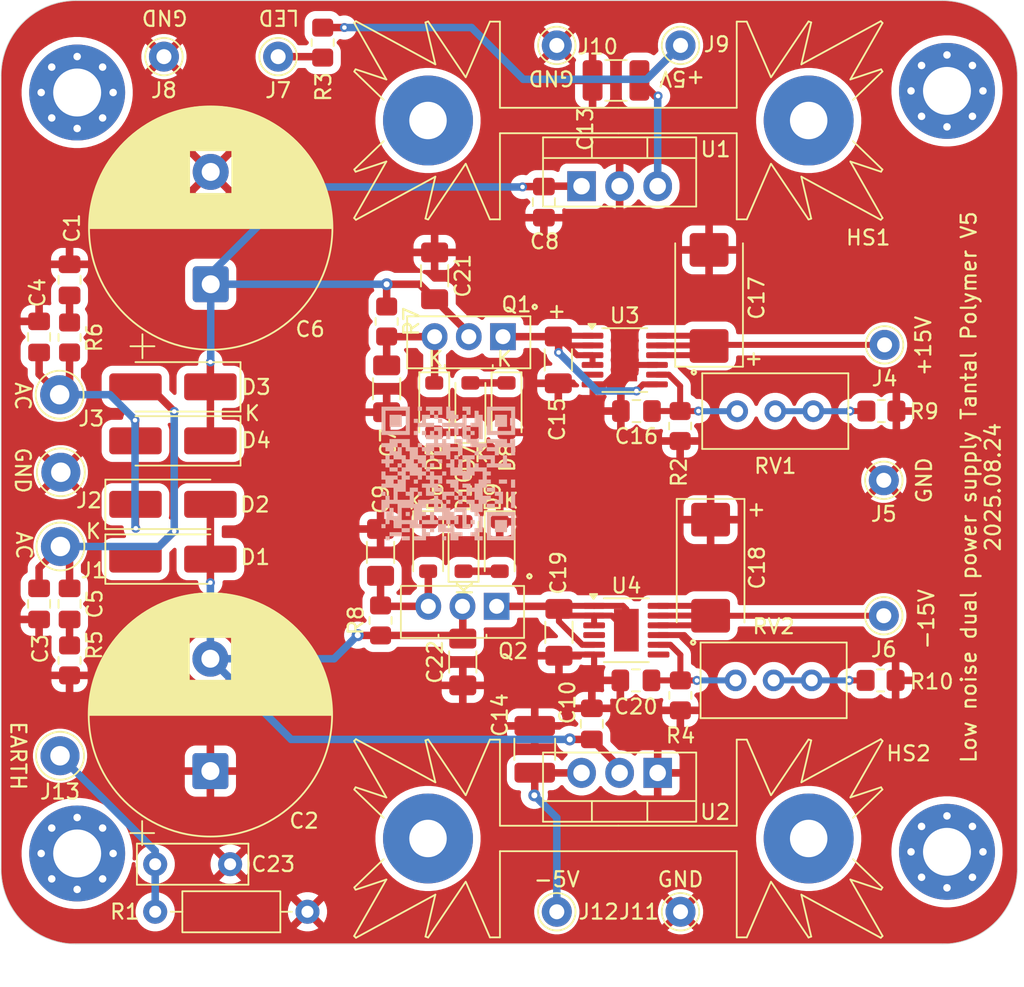
<source format=kicad_pcb>
(kicad_pcb (version 20241229) (generator "pcbnew") (generator_version "9.0")
  (layers (0 "F.Cu" signal) (2 "B.Cu" signal) (13 "F.Paste" user) (15 "B.Paste" user) (5 "F.SilkS" user "F.Silkscreen") (7 "B.SilkS" user "B.Silkscreen") (1 "F.Mask" user) (3 "B.Mask" user) (25 "Edge.Cuts" user))
  (net 0 "")
  (net 1 "GND")
  (net 2 "Net-(D3-K)")
  (net 3 "Net-(D1-A)")
  (net 4 "Net-(D1-K)")
  (net 5 "Net-(D2-K)")
  (net 6 "Net-(D5-K)")
  (net 7 "Net-(D6-A)")
  (net 8 "Net-(J9-Pin_1)")
  (net 9 "Net-(C5-Pad2)")
  (net 10 "Net-(C6-Pad2)")
  (net 11 "Net-(J12-Pin_1)")
  (net 12 "Net-(Q1-E)")
  (net 13 "Net-(U3-SET)")
  (net 14 "Net-(J4-Pin_1)")
  (net 15 "Net-(J6-Pin_1)")
  (net 16 "Net-(R9-Pad1)")
  (net 17 "Net-(R10-Pad2)")
  (net 18 "Net-(Q2-E)")
  (net 19 "Net-(U4-SET)")
  (net 20 "Net-(J13-Pin_1)")
  (net 21 "Net-(D5-A)")
  (net 22 "Net-(D10-A)")
  (net 23 "Net-(D7-A)")
  (net 24 "Net-(D10-K)")
  (net 25 "Net-(J7-Pin_1)")
  (footprint "MountingHole:MountingHole_3.2mm_M3_Pad_Via" (layer "F.Cu") (at 85.09 84.5)
    (property "Reference" "H2" (hide yes))
    (property "Value" "MountingHole")
  )
  (footprint "Connector_Pin:Pin_D1.0mm_L10.0mm" (layer "F.Cu") (at 138.9126 59.5884)
    (property "Reference" "J5")
    (property "Value" "GND")
  )
  (footprint "Capacitor_THT:CP_Radial_D16.0mm_P7.50mm" (layer "F.Cu") (at 94 46.5 90)
    (property "Reference" "C1")
    (property "Value" "2200uF")
  )
  (footprint "MountingHole:MountingHole_3.2mm_M3_Pad_Via" (layer "F.Cu") (at 85.09 33.7)
    (property "Reference" "H1" (hide yes))
    (property "Value" "MountingHole")
  )
  (footprint "MountingHole:MountingHole_3.2mm_M3_Pad_Via" (layer "F.Cu") (at 143.129 33.5918)
    (property "Reference" "H4" (hide yes))
    (property "Value" "MountingHole")
  )
  (footprint "Connector_Pin:Pin_D1.3mm_L11.0mm" (layer "F.Cu") (at 83.9724 64.008)
    (property "Reference" "J1")
    (property "Value" "AC")
  )
  (footprint "Connector_Pin:Pin_D1.0mm_L10.0mm" (layer "F.Cu") (at 138.9634 50.546)
    (property "Reference" "J4")
    (property "Value" "+15V")
  )
  (footprint "Potentiometer_THT:Potentiometer_Bourns_3296W_Vertical" (layer "F.Cu") (at 129.1302 54.9756 180)
    (property "Reference" "RV1")
    (property "Value" "200k")
  )
  (footprint "Capacitor_THT:CP_Radial_D16.0mm_P7.50mm" (layer "F.Cu") (at 93.98 79 90)
    (property "Reference" "C2")
    (property "Value" "2200uF")
  )
  (footprint "MountingHole:MountingHole_3.2mm_M3_Pad_Via" (layer "F.Cu") (at 143.129 84.3918)
    (property "Reference" "H3" (hide yes))
    (property "Value" "MountingHole")
  )
  (footprint "Capacitor_SMD:C_0805_2012Metric_Pad1.18x1.45mm_HandSolder" (layer "F.Cu") (at 116.2304 41.0171 -90)
    (property "Reference" "C8")
    (property "Value" "330nF")
  )
  (footprint "Capacitor_SMD:C_0805_2012Metric_Pad1.18x1.45mm_HandSolder" (layer "F.Cu") (at 119.4308 75.8483 -90)
    (property "Reference" "C10")
    (property "Value" "330nF")
  )
  (footprint "Connector_Pin:Pin_D1.0mm_L10.0mm" (layer "F.Cu") (at 98.5 31.3055)
    (property "Reference" "J7")
    (property "Value" "LED")
  )
  (footprint "Connector_Pin:Pin_D1.0mm_L10.0mm" (layer "F.Cu") (at 90.88 31.3055)
    (property "Reference" "J8")
    (property "Value" "GND")
  )
  (footprint "Connector_Pin:Pin_D1.0mm_L10.0mm" (layer "F.Cu") (at 125.349 30.5562)
    (property "Reference" "J9")
    (property "Value" "+5V")
  )
  (footprint "Connector_Pin:Pin_D1.0mm_L10.0mm" (layer "F.Cu") (at 117.094 30.5562)
    (property "Reference" "J10")
    (property "Value" "GND")
  )
  (footprint "Connector_Pin:Pin_D1.0mm_L10.0mm" (layer "F.Cu") (at 125.349 88.392)
    (property "Reference" "J11")
    (property "Value" "GND")
  )
  (footprint "Resistor_SMD:R_0805_2012Metric_Pad1.20x1.40mm_HandSolder" (layer "F.Cu") (at 101.473 30.369 90)
    (property "Reference" "R3")
    (property "Value" "240R")
  )
  (footprint "Connector_Pin:Pin_D1.3mm_L11.0mm" (layer "F.Cu") (at 84 59.0505)
    (property "Reference" "J2")
    (property "Value" "GND")
  )
  (footprint "Capacitor_Tantalum_SMD:CP_EIA-7343-31_Kemet-D_HandSolder" (layer "F.Cu") (at 127.254 47.4147 90)
    (property "Reference" "C17")
    (property "Value" "47uF/25V")
  )
  (footprint "Diode_SMD:D_SMA_Handsoldering" (layer "F.Cu") (at 91.48 64.849)
    (property "Reference" "D1")
    (property "Value" "BYG20D")
  )
  (footprint "Diode_SMD:D_SMA_Handsoldering" (layer "F.Cu") (at 91.48 61.1914)
    (property "Reference" "D2")
    (property "Value" "BYG20D")
  )
  (footprint "Package_TO_SOT_THT:TO-220-3_Vertical" (layer "F.Cu") (at 123.825 79.121 180)
    (property "Reference" "U2")
    (property "Value" "LM7905_TO220")
  )
  (footprint "Potentiometer_THT:Potentiometer_Bourns_3296W_Vertical" (layer "F.Cu") (at 129.0217 72.9459 180)
    (property "Reference" "RV2")
    (property "Value" "200k")
  )
  (footprint "Connector_Pin:Pin_D1.3mm_L11.0mm" (layer "F.Cu") (at 83.9216 53.8734)
    (property "Reference" "J3")
    (property "Value" "AC")
  )
  (footprint "Diode_SMD:D_SMA_Handsoldering" (layer "F.Cu") (at 91.48 53.349 180)
    (property "Reference" "D3")
    (property "Value" "BYG20D")
  )
  (footprint "Diode_SMD:D_SMA_Handsoldering" (layer "F.Cu") (at 91.48 56.9558 180)
    (property "Reference" "D4")
    (property "Value" "BYG20D")
  )
  (footprint "Capacitor_SMD:C_0805_2012Metric_Pad1.18x1.45mm_HandSolder" (layer "F.Cu") (at 82.55 67.8395 -90)
    (property "Reference" "C3")
    (property "Value" "Cx/10nF/50V")
  )
  (footprint "Capacitor_SMD:C_0805_2012Metric_Pad1.18x1.45mm_HandSolder" (layer "F.Cu") (at 82.55 50.0165 -90)
    (property "Reference" "C4")
    (property "Value" "Cx/10nF/50V")
  )
  (footprint "Capacitor_SMD:C_0805_2012Metric_Pad1.18x1.45mm_HandSolder" (layer "F.Cu") (at 84.582 67.8395 -90)
    (property "Reference" "C5")
    (property "Value" "Cs/50V")
  )
  (footprint "Capacitor_SMD:C_0805_2012Metric_Pad1.18x1.45mm_HandSolder" (layer "F.Cu") (at 84.582 46.2065 -90)
    (property "Reference" "C6")
    (property "Value" "Cs/50V")
  )
  (footprint "Capacitor_SMD:C_1206_3216Metric_Pad1.33x1.80mm_HandSolder" (layer "F.Cu") (at 105.7402 53.4801 -90)
    (property "Reference" "C7")
    (property "Value" "4.7uF/100V")
  )
  (footprint "Capacitor_SMD:C_1206_3216Metric_Pad1.33x1.80mm_HandSolder" (layer "F.Cu") (at 105.3338 64.4013 -90)
    (property "Reference" "C9")
    (property "Value" "4.7uF/100V")
  )
  (footprint "Diode_SMD:D_SOD-123" (layer "F.Cu") (at 108.9152 54.736 -90)
    (property "Reference" "D5")
    (property "Value" "MMSZ5232B/5.6V")
  )
  (footprint "Diode_SMD:D_SOD-123" (layer "F.Cu") (at 108.508 64.009 -90)
    (property "Reference" "D6")
    (property "Value" "MMSZ5232B/5.6V")
  )
  (footprint "Package_TO_SOT_THT:TO-126-3_Vertical" (layer "F.Cu") (at 113.5 50 180)
    (property "Reference" "Q1")
    (property "Value" "BD139")
  )
  (footprint "Package_TO_SOT_THT:TO-126-3_Vertical" (layer "F.Cu") (at 113.08 68 180)
    (property "Reference" "Q2")
    (property "Value" "BD140")
  )
  (footprint "Resistor_SMD:R_0805_2012Metric_Pad1.20x1.40mm_HandSolder" (layer "F.Cu") (at 84.582 71.612 -90)
    (property "Reference" "R5")
    (property "Value" "Rs/1/8W")
  )
  (footprint "Resistor_SMD:R_0805_2012Metric_Pad1.20x1.40mm_HandSolder" (layer "F.Cu") (at 84.582 50.054 -90)
    (property "Reference" "R6")
    (property "Value" "Rs/1/8W")
  )
  (footprint "Resistor_SMD:R_0805_2012Metric_Pad1.20x1.40mm_HandSolder" (layer "F.Cu") (at 105.7402 48.9872 -90)
    (property "Reference" "R7")
    (property "Value" "430R/0.5W")
  )
  (footprint "Resistor_SMD:R_0805_2012Metric_Pad1.20x1.40mm_HandSolder" (layer "F.Cu") (at 105.3338 68.945 -90)
    (property "Reference" "R8")
    (property "Value" "430R/0.5W")
  )
  (footprint "Capacitor_SMD:C_1210_3225Metric_Pad1.33x2.70mm_HandSolder" (layer "F.Cu") (at 121.0433 32.893 180)
    (property "Reference" "C13")
    (property "Value" "10uF/50V")
  )
  (footprint "Capacitor_SMD:C_1210_3225Metric_Pad1.33x2.70mm_HandSolder" (layer "F.Cu") (at 115.6208 77.5462 -90)
    (property "Reference" "C14")
    (property "Value" "10uF/50V")
  )
  (footprint "Connector_Pin:Pin_D1.0mm_L10.0mm" (layer "F.Cu") (at 117.094 88.392)
    (property "Reference" "J12")
    (property "Value" "-5V")
  )
  (footprint "Package_TO_SOT_THT:TO-220-3_Vertical" (layer "F.Cu") (at 118.745 39.9542)
    (property "Reference" "U1")
    (property "Value" "LM7805_TO220")
  )
  (footprint "Capacitor_Tantalum_SMD:CP_EIA-7343-31_Kemet-D_HandSolder" (layer "F.Cu") (at 127.3556 65.4233 -90)
    (property "Reference" "C18")
    (property "Value" "47uF/25V")
  )
  (footprint "Diode_SMD:D_SOD-123" (layer "F.Cu") (at 111.3282 54.736 90)
    (property "Reference" "D7")
    (property "Value" "MMSZ5232B/5.6V")
  )
  (footprint "Diode_SMD:D_SOD-123" (layer "F.Cu") (at 113.7412 54.736 -90)
    (property "Reference" "D8")
    (property "Value" "MMSZ5232B/5.6V")
  )
  (footprint "Diode_SMD:D_SOD-123" (layer "F.Cu") (at 113.284 64.009 -90)
    (property "Reference" "D9")
    (property "Value" "MMSZ5232B/5.6V")
  )
  (footprint "Diode_SMD:D_SOD-123" (layer "F.Cu") (at 110.871 64.009 90)
    (property "Reference" "D10")
    (property "Value" "MMSZ5232B/5.6V")
  )
  (footprint "Capacitor_SMD:C_0805_2012Metric_Pad1.18x1.45mm_HandSolder" (layer "F.Cu") (at 122.3708 72.9459)
    (property "Reference" "C20")
    (property "Value" "470nF/50V")
  )
  (footprint "Connector_Pin:Pin_D1.0mm_L10.0mm" (layer "F.Cu") (at 138.9126 68.6308)
    (property "Reference" "J6")
    (property "Value" "-15V")
  )
  (footprint "Capacitor_SMD:C_1206_3216Metric_Pad1.33x1.80mm_HandSolder" (layer "F.Cu") (at 108.9406 45.9375 90)
    (property "Reference" "C21")
    (property "Value" "4.7uF/100V")
  )
  (footprint "Capacitor_SMD:C_1206_3216Metric_Pad1.33x1.80mm_HandSolder" (layer "F.Cu") (at 110.8202 71.7173 90)
    (property "Reference" "C22")
    (property "Value" "4.7uF/100V")
  )
  (footprint "Capacitor_SMD:C_1206_3216Metric_Pad1.33x1.80mm_HandSolder" (layer "F.Cu") (at 117.2361 69.7361 90)
    (property "Reference" "C19")
    (property "Value" "4.7uF/100V")
  )
  (footprint "Package_SO:MSOP-12-1EP_3x4.039mm_P0.65mm_EP1.651x2.845mm" (layer "F.Cu") (at 121.7332 69.5954)
    (property "Reference" "U4")
    (property "Value" "LT3094xMSE")
  )
  (footprint "Capacitor_SMD:C_1206_3216Metric_Pad1.33x1.80mm_HandSolder" (layer "F.Cu") (at 117.1956 51.5497 -90)
    (property "Reference" "C15")
    (property "Value" "4.7uF/100V")
  )
  (footprint "Capacitor_SMD:C_0805_2012Metric_Pad1.18x1.45mm_HandSolder" (layer "F.Cu") (at 122.4065 54.9656 180)
    (property "Reference" "C16")
    (property "Value" "470nF/50V")
  )
  (footprint "Package_SO:MSOP-12-1EP_3x4.039mm_P0.65mm_EP1.651x2.845mm" (layer "F.Cu") (at 121.6282 51.5614)
    (property "Reference" "U3")
    (property "Value" "LT3045xMSE")
  )
  (footprint "Capacitor_THT:C_Rect_L7.2mm_W2.5mm_P5.00mm_FKS2_FKP2_MKS2_MKP2" (layer "F.Cu") (at 90.297 85.217)
    (property "Reference" "C23")
    (property "Value" "10nF")
  )
  (footprint "Connector_Pin:Pin_D1.3mm_L11.0mm" (layer "F.Cu") (at 83.947 77.978)
    (property "Reference" "J13")
    (property "Value" "EARTH")
  )
  (footprint "Resistor_THT:R_Axial_DIN0207_L6.3mm_D2.5mm_P10.16mm_Horizontal" (layer "F.Cu") (at 100.457 88.392 180)
    (property "Reference" "R1")
    (property "Value" "100R/0.6W")
  )
  (footprint "Heatsink:Heatsink_Fischer_SK104-STC-STIC_35x13mm_2xDrill2.5mm" (layer "F.Cu") (at 121.2 35.5682)
    (property "Reference" "HS1")
    (property "Value" "Heatsink")
  )
  (footprint "Resistor_SMD:R_0805_2012Metric_Pad1.20x1.40mm_HandSolder" (layer "F.Cu") (at 138.6991 72.9459 180)
    (property "Reference" "R10")
    (property "Value" "Rvset")
  )
  (footprint "Resistor_SMD:R_0805_2012Metric_Pad1.20x1.40mm_HandSolder" (layer "F.Cu") (at 125.3387 73.9459 90)
    (property "Reference" "R4")
    (property "Value" "Rvset")
  )
  (footprint "Resistor_SMD:R_0805_2012Metric_Pad1.20x1.40mm_HandSolder" (layer "F.Cu") (at 125.3236 55.9656 -90)
    (property "Reference" "R2")
    (property "Value" "Rvset")
  )
  (footprint "Resistor_SMD:R_0805_2012Metric_Pad1.20x1.40mm_HandSolder" (layer "F.Cu") (at 138.7508 54.9656)
    (property "Reference" "R9")
    (property "Value" "Rvset")
  )
  (footprint "Heatsink:Heatsink_Fischer_SK104-STC-STIC_35x13mm_2xDrill2.5mm" (layer "F.Cu") (at 121.2 83.5)
    (property "Reference" "HS2")
    (property "Value" "Heatsink")
  )
  (footprint "LOGO" (layer "B.Cu") (at 109.855 59.1312 180)
    (property "Reference" "G***" (hide yes))
    (property "Value" "LOGO" (hide yes))
  )
  (gr_line (start 142.828 90.551) (end 85.01 90.551) (stroke (width 0.05)) (layer "Edge.Cuts"))
  (gr_arc (start 80.01 32.559) (mid 81.474466 29.023466) (end 85.01 27.559) (stroke (width 0.05)) (layer "Edge.Cuts"))
  (gr_line (start 147.828 32.559) (end 147.828 85.551) (stroke (width 0.05)) (layer "Edge.Cuts"))
  (gr_arc (start 142.828 27.559) (mid 146.363534 29.023466) (end 147.828 32.559) (stroke (width 0.05)) (layer "Edge.Cuts"))
  (gr_arc (start 147.828 85.551) (mid 146.363534 89.086534) (end 142.828 90.551) (stroke (width 0.05)) (layer "Edge.Cuts"))
  (gr_line (start 80.01 85.551) (end 80.01 32.559) (stroke (width 0.05)) (layer "Edge.Cuts"))
  (gr_line (start 85.01 27.559) (end 142.828 27.559) (stroke (width 0.05)) (layer "Edge.Cuts"))
  (gr_arc (start 85.01 90.551) (mid 81.474466 89.086534) (end 80.01 85.551) (stroke (width 0.05)) (layer "Edge.Cuts"))
  (gr_text "LED" (at 98.552 28.702 180) (layer "F.SilkS") (effects (font (size 1 1))))
  (gr_text "GND" (at 90.932 28.702 180) (layer "F.SilkS") (effects (font (size 1 1))))
  (gr_text "GND" (at 125.349 86.233 0) (layer "F.SilkS") (effects (font (size 1 1))))
  (gr_text "-5V" (at 117.094 86.233 0) (layer "F.SilkS") (effects (font (size 1 1))))
  (gr_text "+5V" (at 125.4506 32.766 180) (layer "F.SilkS") (effects (font (size 1 1))))
  (gr_text "GND" (at 116.7384 32.7406 180) (layer "F.SilkS") (effects (font (size 1 1))))
  (gr_text "K" (at 86.1695 62.992 0) (layer "F.SilkS") (effects (font (size 1 1))))
  (gr_text "K" (at 96.774 55.118 0) (layer "F.SilkS") (effects (font (size 1 1))))
  (gr_text "K" (at 107.6706 61.0108 0) (layer "F.SilkS") (effects (font (size 1 1))))
  (gr_text "°" (at 126.238 52.7812 0) (layer "F.SilkS") (effects (font (size 1 1))))
  (gr_text "°" (at 115.6208 48.4124 0) (layer "F.SilkS") (effects (font (size 1 1))))
  (gr_text "°" (at 115.2652 66.3956 0) (layer "F.SilkS") (effects (font (size 1 1))))
  (gr_text "-15V" (at 141.7574 68.8594 90) (layer "F.SilkS") (effects (font (size 1 1))))
  (gr_text "+" (at 117.0879 48.26 0) (layer "F.SilkS") (effects (font (size 1 1))))
  (gr_text "AC" (at 81.4578 53.975 270) (layer "F.SilkS") (effects (font (size 1 1))))
  (gr_text "+" (at 129.514 52.0047 0) (layer "F.SilkS") (effects (font (size 1 1)) (justify left bottom)))
  (gr_text "K" (at 109.0168 51.4858 0) (layer "F.SilkS") (effects (font (size 1 1))))
  (gr_text "K" (at 112.0648 57.8612 0) (layer "F.SilkS") (effects (font (size 1 1))))
  (gr_text "EARTH" (at 81.153 77.978 270) (layer "F.SilkS") (effects (font (size 1 1))))
  (gr_text "+" (at 129.6924 62.0776 0) (layer "F.SilkS") (effects (font (size 1 1)) (justify left bottom)))
  (gr_text "GND" (at 141.605 59.5884 90) (layer "F.SilkS") (effects (font (size 1 1))))
  (gr_text "K" (at 114.046 60.96 0) (layer "F.SilkS") (effects (font (size 1 1))))
  (gr_text "°" (at 126.1872 70.8152 0) (layer "F.SilkS") (effects (font (size 1 1))))
  (gr_text "K" (at 113.5888 51.4858 0) (layer "F.SilkS") (effects (font (size 1 1))))
  (gr_text "K" (at 110.9726 66.802 90) (layer "F.SilkS") (effects (font (size 1 1))))
  (gr_text "GND" (at 81.4578 58.927955 270) (layer "F.SilkS") (effects (font (size 1 1))))
  (gr_text "Low noise dual power supply Tantal Polymer V5\n2025.08.24" (at 145.3896 60.0456 90) (layer "F.SilkS") (effects (font (size 1 1))))
  (gr_text "AC" (at 81.534 63.9318 270) (layer "F.SilkS") (effects (font (size 1 1))))
  (gr_text "+15V" (at 141.5542 50.6222 90) (layer "F.SilkS") (effects (font (size 1 1))))
  (segment (start 121.6282 51.822692) (end 121.6282 51.5614) (width 0.4) (layer "F.Cu") (net 1))
  (segment (start 121.9532 51.8864) (end 121.6282 51.5614) (width 0.4) (layer "F.Cu") (net 1))
  (segment (start 119.4782 53.1864) (end 120.264492 53.1864) (width 0.4) (layer "F.Cu") (net 1))
  (segment (start 120.264492 53.1864) (end 121.6282 51.822692) (width 0.4) (layer "F.Cu") (net 1))
  (segment (start 117.3143 71.2204) (end 117.2361 71.2986) (width 0.4) (layer "F.Cu") (net 1))
  (segment (start 119.5832 71.2204) (end 117.3143 71.2204) (width 0.4) (layer "F.Cu") (net 1))
  (segment (start 123.7782 51.8864) (end 121.9532 51.8864) (width 0.4) (layer "F.Cu") (net 1))
  (segment (start 125.5972 69.9204) (end 127.2032 71.5264) (width 0.4) (layer "F.Cu") (net 1))
  (segment (start 123.8832 69.9204) (end 125.5972 69.9204) (width 0.4) (layer "F.Cu") (net 1))
  (segment (start 119.5832 71.2204) (end 119.5832 72.898) (width 0.4) (layer "F.Cu") (net 1))
  (segment (start 93.98 53.349) (end 93.98 51.689) (width 0.5) (layer "F.Cu") (net 2))
  (segment (start 118.745 39.9542) (end 116.2558 39.9542) (width 0.5) (layer "F.Cu") (net 2))
  (segment (start 111.22 50) (end 111.22 49.7794) (width 0.5) (layer "F.Cu") (net 2))
  (segment (start 116.2304 39.9796) (end 114.8334 39.9796) (width 0.5) (layer "F.Cu") (net 2))
  (segment (start 111.22 49.7794) (end 108.9406 47.5) (width 0.5) (layer "F.Cu") (net 2))
  (segment (start 107.9406 46.5) (end 108.9406 47.5) (width 0.5) (layer "F.Cu") (net 2))
  (segment (start 114.8334 39.9796) (end 114.808 40.005) (width 0.5) (layer "F.Cu") (net 2))
  (segment (start 93.98 56.9558) (end 93.98 53.349) (width 0.5) (layer "F.Cu") (net 2))
  (segment (start 105.7402 46.5) (end 107.9406 46.5) (width 0.5) (layer "F.Cu") (net 2))
  (segment (start 116.2558 39.9542) (end 116.2304 39.9796) (width 0.5) (layer "F.Cu") (net 2))
  (segment (start 105.7402 47.9872) (end 105.7402 46.5) (width 0.5) (layer "F.Cu") (net 2))
  (via (at 105.7402 46.5) (size 0.8) (drill 0.4) (layers "F.Cu" "B.Cu") (net 2))
  (via (at 93.98 51.689) (size 0.6) (drill 0.3) (layers "F.Cu" "B.Cu") (net 2))
  (via (at 114.808 40.005) (size 0.6) (drill 0.3) (layers "F.Cu" "B.Cu") (net 2))
  (segment (start 94 51.669) (end 94 46.5) (width 0.5) (layer "B.Cu") (net 2))
  (segment (start 94 46.5) (end 94 45.7762) (width 0.5) (layer "B.Cu") (net 2))
  (segment (start 93.98 51.689) (end 94 51.669) (width 0.5) (layer "B.Cu") (net 2))
  (segment (start 99.7712 40.005) (end 114.808 40.005) (width 0.5) (layer "B.Cu") (net 2))
  (segment (start 105.7402 46.5) (end 94 46.5) (width 0.5) (layer "B.Cu") (net 2))
  (segment (start 94 45.7762) (end 99.7712 40.005) (width 0.5) (layer "B.Cu") (net 2))
  (segment (start 110.8202 68.0202) (end 110.8 68) (width 0.5) (layer "F.Cu") (net 3))
  (segment (start 93.98 61.1914) (end 93.98 64.849) (width 0.5) (layer "F.Cu") (net 3))
  (segment (start 105.3338 69.945) (end 110.6104 69.945) (width 0.5) (layer "F.Cu") (net 3))
  (segment (start 121.285 79.121) (end 121.285 78.74) (width 0.5) (layer "F.Cu") (net 3))
  (segment (start 93.98 64.849) (end 93.98 66.421) (width 0.5) (layer "F.Cu") (net 3))
  (segment (start 103.8286 69.945) (end 103.8098 69.9262) (width 0.5) (layer "F.Cu") (net 3))
  (segment (start 110.6104 69.945) (end 110.8202 70.1548) (width 0.5) (layer "F.Cu") (net 3))
  (segment (start 119.4308 76.8858) (end 117.9576 76.8858) (width 0.5) (layer "F.Cu") (net 3))
  (segment (start 121.285 78.74) (end 119.4308 76.8858) (width 0.5) (layer "F.Cu") (net 3))
  (segment (start 110.8202 70.1548) (end 110.8202 68.0202) (width 0.5) (layer "F.Cu") (net 3))
  (segment (start 105.3338 69.945) (end 103.8286 69.945) (width 0.5) (layer "F.Cu") (net 3))
  (via (at 117.9576 76.8858) (size 0.8) (drill 0.4) (layers "F.Cu" "B.Cu") (net 3))
  (via (at 103.8098 69.9262) (size 0.8) (drill 0.4) (layers "F.Cu" "B.Cu") (net 3))
  (via (at 93.98 66.421) (size 0.6) (drill 0.3) (layers "F.Cu" "B.Cu") (net 3))
  (segment (start 102.236 71.5) (end 93.98 71.5) (width 0.5) (layer "B.Cu") (net 3))
  (segment (start 117.9576 76.8858) (end 99.3658 76.8858) (width 0.5) (layer "B.Cu") (net 3))
  (segment (start 99.3658 76.8858) (end 93.98 71.5) (width 0.5) (layer "B.Cu") (net 3))
  (segment (start 103.8098 69.9262) (end 102.236 71.5) (width 0.5) (layer "B.Cu") (net 3))
  (segment (start 93.98 66.421) (end 93.98 71.5) (width 0.5) (layer "B.Cu") (net 3))
  (segment (start 89.925 53.349) (end 91.567 54.991) (width 0.5) (layer "F.Cu") (net 4))
  (segment (start 84.582 66.802) (end 84.582 64.6176) (width 0.5) (layer "F.Cu") (net 4))
  (segment (start 82.55 65.4304) (end 83.9724 64.008) (width 0.5) (layer "F.Cu") (net 4))
  (segment (start 89.71 64.849) (end 91.567 62.992) (width 0.5) (layer "F.Cu") (net 4))
  (segment (start 82.55 66.802) (end 82.55 65.4304) (width 0.5) (layer "F.Cu") (net 4))
  (via (at 91.567 54.991) (size 0.6) (drill 0.3) (layers "F.Cu" "B.Cu") (net 4))
  (via (at 91.567 62.992) (size 0.6) (drill 0.3) (layers "F.Cu" "B.Cu") (net 4))
  (segment (start 90.551 64.008) (end 91.567 62.992) (width 0.5) (layer "B.Cu") (net 4))
  (segment (start 91.567 62.992) (end 91.567 54.991) (width 0.5) (layer "B.Cu") (net 4))
  (segment (start 83.9724 64.008) (end 90.551 64.008) (width 0.5) (layer "B.Cu") (net 4))
  (segment (start 88.98 61.1914) (end 88.98 62.7672) (width 0.5) (layer "F.Cu") (net 5))
  (segment (start 88.98 55.6044) (end 88.9508 55.5752) (width 0.5) (layer "F.Cu") (net 5))
  (segment (start 88.98 56.9558) (end 88.98 55.6044) (width 0.5) (layer "F.Cu") (net 5))
  (segment (start 84.582 51.054) (end 84.582 53.213) (width 0.5) (layer "F.Cu") (net 5))
  (segment (start 82.55 51.054) (end 82.55 52.5018) (width 0.5) (layer "F.Cu") (net 5))
  (segment (start 82.55 52.5018) (end 83.9216 53.8734) (width 0.5) (layer "F.Cu") (net 5))
  (segment (start 88.98 62.7672) (end 89.0016 62.7888) (width 0.5) (layer "F.Cu") (net 5))
  (via (at 89.0016 62.7888) (size 0.6) (drill 0.3) (layers "F.Cu" "B.Cu") (net 5))
  (via (at 88.9508 55.5752) (size 0.6) (drill 0.3) (layers "F.Cu" "B.Cu") (net 5))
  (segment (start 88.9508 55.5453) (end 87.2789 53.8734) (width 0.5) (layer "B.Cu") (net 5))
  (segment (start 88.9508 55.5752) (end 88.9508 55.5453) (width 0.5) (layer "B.Cu") (net 5))
  (segment (start 88.9508 62.738) (end 88.9508 55.5752) (width 0.5) (layer "B.Cu") (net 5))
  (segment (start 89.0016 62.7888) (end 88.9508 62.738) (width 0.5) (layer "B.Cu") (net 5))
  (segment (start 83.9216 53.8734) (end 87.2789 53.8734) (width 0.5) (layer "B.Cu") (net 5))
  (segment (start 108.94 50) (end 105.753 50) (width 0.5) (layer "F.Cu") (net 6))
  (segment (start 105.753 50) (end 105.7402 49.9872) (width 0.5) (layer "F.Cu") (net 6))
  (segment (start 105.7402 49.9872) (end 105.7402 51.9176) (width 0.5) (layer "F.Cu") (net 6))
  (segment (start 108.94 50) (end 108.94 53.0612) (width 0.5) (layer "F.Cu") (net 6))
  (segment (start 108.94 53.0612) (end 108.9152 53.086) (width 0.5) (layer "F.Cu") (net 6))
  (segment (start 105.3888 68) (end 105.3338 67.945) (width 0.5) (layer "F.Cu") (net 7))
  (segment (start 108.52 65.671) (end 108.508 65.659) (width 0.5) (layer "F.Cu") (net 7))
  (segment (start 108.52 68) (end 108.52 65.671) (width 0.5) (layer "F.Cu") (net 7))
  (segment (start 108.52 68) (end 105.3888 68) (width 0.5) (layer "F.Cu") (net 7))
  (segment (start 105.3338 67.945) (end 105.3338 65.9638) (width 0.5) (layer "F.Cu") (net 7))
  (segment (start 123.6472 33.9344) (end 122.6058 32.893) (width 0.5) (layer "F.Cu") (net 8))
  (segment (start 102.9208 29.3624) (end 101.4796 29.3624) (width 0.5) (layer "F.Cu") (net 8))
  (segment (start 123.0122 32.893) (end 125.349 30.5562) (width 0.5) (layer "F.Cu") (net 8))
  (segment (start 123.8504 33.9344) (end 123.6472 33.9344) (width 0.5) (layer "F.Cu") (net 8))
  (segment (start 101.4796 29.3624) (end 101.473 29.369) (width 0.5) (layer "F.Cu") (net 8))
  (segment (start 122.6058 32.893) (end 123.0122 32.893) (width 0.5) (layer "F.Cu") (net 8))
  (via (at 102.9208 29.3624) (size 0.6) (drill 0.3) (layers "F.Cu" "B.Cu") (net 8))
  (via (at 123.8504 33.9344) (size 0.6) (drill 0.3) (layers "F.Cu" "B.Cu") (net 8))
  (segment (start 114.8588 32.8168) (end 111.4044 29.3624) (width 0.5) (layer "B.Cu") (net 8))
  (segment (start 123.0884 32.8168) (end 114.8588 32.8168) (width 0.5) (layer "B.Cu") (net 8))
  (segment (start 111.4044 29.3624) (end 102.9208 29.3624) (width 0.5) (layer "B.Cu") (net 8))
  (segment (start 125.349 30.5562) (end 123.0884 32.8168) (width 0.5) (layer "B.Cu") (net 8))
  (segment (start 123.825 39.9542) (end 123.825 33.9598) (width 0.5) (layer "B.Cu") (net 8))
  (segment (start 123.825 33.9598) (end 123.8504 33.9344) (width 0.5) (layer "B.Cu") (net 8))
  (segment (start 84.582 70.612) (end 84.582 68.877) (width 0.5) (layer "F.Cu") (net 9))
  (segment (start 84.582 49.054) (end 84.582 47.244) (width 0.5) (layer "F.Cu") (net 10))
  (segment (start 118.745 79.121) (end 115.6331 79.121) (width 0.5) (layer "F.Cu") (net 11))
  (segment (start 115.6331 79.121) (end 115.6208 79.1087) (width 0.5) (layer "F.Cu") (net 11))
  (segment (start 115.6208 79.1087) (end 115.6208 80.5942) (width 0.5) (layer "F.Cu") (net 11))
  (segment (start 115.6208 80.5942) (end 115.5954 80.6196) (width 0.5) (layer "F.Cu") (net 11))
  (via (at 115.5954 80.6196) (size 0.8) (drill 0.4) (layers "F.Cu" "B.Cu") (net 11))
  (segment (start 117.094 82.1182) (end 117.094 88.392) (width 0.5) (layer "B.Cu") (net 11))
  (segment (start 115.5954 80.6196) (end 117.094 82.1182) (width 0.5) (layer "B.Cu") (net 11))
  (segment (start 119.4782 51.8864) (end 119.4782 51.2364) (width 0.4) (layer "F.Cu") (net 12))
  (segment (start 123.7782 53.1864) (end 122.8472 53.1864) (width 0.4) (layer "F.Cu") (net 12))
  (segment (start 117.2464 49.9364) (end 117.1956 49.9872) (width 0.4) (layer "F.Cu") (net 12))
  (segment (start 119.4782 49.9364) (end 117.2464 49.9364) (width 0.4) (layer "F.Cu") (net 12))
  (segment (start 117.2149 50.0065) (end 117.1956 49.9872) (width 0.5) (layer "F.Cu") (net 12))
  (segment (start 117.7948 50.5864) (end 117.1956 49.9872) (width 0.4) (layer "F.Cu") (net 12))
  (segment (start 119.4782 50.5864) (end 117.7948 50.5864) (width 0.4) (layer "F.Cu") (net 12))
  (segment (start 117.2149 51.054) (end 117.2149 50.0065) (width 0.5) (layer "F.Cu") (net 12))
  (segment (start 117.1828 50) (end 117.1956 49.9872) (width 0.5) (layer "F.Cu") (net 12))
  (segment (start 118.4448 51.2364) (end 117.1956 49.9872) (width 0.4) (layer "F.Cu") (net 12))
  (segment (start 122.8472 53.1864) (end 122.4092 53.6244) (width 0.4) (layer "F.Cu") (net 12))
  (segment (start 119.4782 51.2364) (end 118.4448 51.2364) (width 0.4) (layer "F.Cu") (net 12))
  (segment (start 113.5 50) (end 117.1828 50) (width 0.5) (layer "F.Cu") (net 12))
  (via (at 122.4092 53.6244) (size 0.6) (drill 0.3) (layers "F.Cu" "B.Cu") (net 12))
  (via (at 117.2149 51.054) (size 0.6) (drill 0.3) (layers "F.Cu" "B.Cu") (net 12))
  (segment (start 119.7853 53.6244) (end 117.2149 51.054) (width 0.5) (layer "B.Cu") (net 12))
  (segment (start 122.4092 53.6244) (end 119.7853 53.6244) (width 0.5) (layer "B.Cu") (net 12))
  (segment (start 125.3236 53.295508) (end 125.3236 54.9656) (width 0.4) (layer "F.Cu") (net 13))
  (segment (start 123.7782 52.5364) (end 124.564492 52.5364) (width 0.4) (layer "F.Cu") (net 13))
  (segment (start 124.564492 52.5364) (end 125.3236 53.295508) (width 0.4) (layer "F.Cu") (net 13))
  (segment (start 125.3236 54.9656) (end 123.444 54.9656) (width 0.4) (layer "F.Cu") (net 13))
  (segment (start 126.5428 54.9656) (end 125.3236 54.9656) (width 0.4) (layer "F.Cu") (net 13))
  (via (at 126.5428 54.9656) (size 0.6) (drill 0.3) (layers "F.Cu" "B.Cu") (net 13))
  (segment (start 129.1302 54.9756) (end 126.5528 54.9756) (width 0.4) (layer "B.Cu") (net 13))
  (segment (start 126.5528 54.9756) (end 126.5428 54.9656) (width 0.4) (layer "B.Cu") (net 13))
  (segment (start 123.7782 49.9364) (end 126.5682 49.9364) (width 0.4) (layer "F.Cu") (net 14))
  (segment (start 127.4318 50.6222) (end 127.508 50.546) (width 0.4) (layer "F.Cu") (net 14))
  (segment (start 126.5682 49.9364) (end 127.254 50.6222) (width 0.4) (layer "F.Cu") (net 14))
  (segment (start 127.508 50.546) (end 138.9634 50.546) (width 0.4) (layer "F.Cu") (net 14))
  (segment (start 127.2182 50.5864) (end 127.254 50.6222) (width 0.4) (layer "F.Cu") (net 14))
  (segment (start 123.7782 51.2364) (end 126.6398 51.2364) (width 0.4) (layer "F.Cu") (net 14))
  (segment (start 123.7782 50.5864) (end 127.2182 50.5864) (width 0.4) (layer "F.Cu") (net 14))
  (segment (start 126.6398 51.2364) (end 127.254 50.6222) (width 0.4) (layer "F.Cu") (net 14))
  (segment (start 127.254 50.6222) (end 127.4318 50.6222) (width 0.4) (layer "F.Cu") (net 14))
  (segment (start 126.6952 67.9704) (end 127.3556 68.6308) (width 0.4) (layer "F.Cu") (net 15))
  (segment (start 123.8832 67.9704) (end 126.6952 67.9704) (width 0.4) (layer "F.Cu") (net 15))
  (segment (start 123.8832 68.6204) (end 127.3452 68.6204) (width 0.4) (layer "F.Cu") (net 15))
  (segment (start 126.716 69.2704) (end 127.3556 68.6308) (width 0.4) (layer "F.Cu") (net 15))
  (segment (start 127.3452 68.6204) (end 127.3556 68.6308) (width 0.4) (layer "F.Cu") (net 15))
  (segment (start 127.3556 68.6308) (end 138.9126 68.6308) (width 0.4) (layer "F.Cu") (net 15))
  (segment (start 123.8832 69.2704) (end 126.716 69.2704) (width 0.4) (layer "F.Cu") (net 15))
  (segment (start 136.652 54.9656) (end 137.7508 54.9656) (width 0.4) (layer "F.Cu") (net 16))
  (via (at 136.652 54.9656) (size 0.6) (drill 0.3) (layers "F.Cu" "B.Cu") (net 16))
  (segment (start 131.6702 54.9756) (end 134.2102 54.9756) (width 0.4) (layer "B.Cu") (net 16))
  (segment (start 136.642 54.9756) (end 136.652 54.9656) (width 0.4) (layer "B.Cu") (net 16))
  (segment (start 134.2102 54.9756) (end 136.642 54.9756) (width 0.4) (layer "B.Cu") (net 16))
  (segment (start 136.6012 72.9488) (end 137.6962 72.9488) (width 0.4) (layer "F.Cu") (net 17))
  (segment (start 137.6962 72.9488) (end 137.6991 72.9459) (width 0.4) (layer "F.Cu") (net 17))
  (via (at 136.6012 72.9488) (size 0.6) (drill 0.3) (layers "F.Cu" "B.Cu") (net 17))
  (segment (start 136.5983 72.9459) (end 136.6012 72.9488) (width 0.4) (layer "B.Cu") (net 17))
  (segment (start 131.5617 72.9459) (end 134.1017 72.9459) (width 0.4) (layer "B.Cu") (net 17))
  (segment (start 134.1017 72.9459) (end 136.5983 72.9459) (width 0.4) (layer "B.Cu") (net 17))
  (segment (start 113.08 68) (end 117.0625 68) (width 0.5) (layer "F.Cu") (net 18))
  (segment (start 119.5832 68.6204) (end 117.6829 68.6204) (width 0.4) (layer "F.Cu") (net 18))
  (segment (start 117.0625 68) (end 117.2361 68.1736) (width 0.5) (layer "F.Cu") (net 18))
  (segment (start 119.5832 70.5704) (end 118.796908 70.5704) (width 0.4) (layer "F.Cu") (net 18))
  (segment (start 119.5832 68.6204) (end 120.7582 68.6204) (width 0.4) (layer "F.Cu") (net 18))
  (segment (start 119.5832 69.2704) (end 119.5832 68.6204) (width 0.4) (layer "F.Cu") (net 18))
  (segment (start 117.6829 68.6204) (end 117.2361 68.1736) (width 0.4) (layer "F.Cu") (net 18))
  (segment (start 119.5832 67.9704) (end 117.4393 67.9704) (width 0.4) (layer "F.Cu") (net 18))
  (segment (start 117.2188 68) (end 117.2361 67.9827) (width 0.5) (layer "F.Cu") (net 18))
  (segment (start 121.5136 67.9704) (end 121.7332 68.19) (width 0.4) (layer "F.Cu") (net 18))
  (segment (start 118.796908 70.5704) (end 117.2361 69.009592) (width 0.4) (layer "F.Cu") (net 18))
  (segment (start 117.4393 67.9704) (end 117.2361 68.1736) (width 0.4) (layer "F.Cu") (net 18))
  (segment (start 121.7332 68.19) (end 121.7332 69.5954) (width 0.4) (layer "F.Cu") (net 18))
  (segment (start 117.2361 69.009592) (end 117.2361 68.1736) (width 0.4) (layer "F.Cu") (net 18))
  (segment (start 120.7582 68.6204) (end 121.7332 69.5954) (width 0.4) (layer "F.Cu") (net 18))
  (segment (start 119.5832 67.9704) (end 121.5136 67.9704) (width 0.4) (layer "F.Cu") (net 18))
  (segment (start 126.4412 72.9488) (end 125.3416 72.9488) (width 0.4) (layer "F.Cu") (net 19))
  (segment (start 123.8832 70.5704) (end 124.669492 70.5704) (width 0.4) (layer "F.Cu") (net 19))
  (segment (start 125.3416 72.9488) (end 125.3387 72.9459) (width 0.4) (layer "F.Cu") (net 19))
  (segment (start 124.669492 70.5704) (end 125.3387 71.239608) (width 0.4) (layer "F.Cu") (net 19))
  (segment (start 125.3387 72.9459) (end 123.4083 72.9459) (width 0.4) (layer "F.Cu") (net 19))
  (segment (start 125.3387 71.239608) (end 125.3387 72.9459) (width 0.4) (layer "F.Cu") (net 19))
  (via (at 126.4412 72.9488) (size 0.6) (drill 0.3) (layers "F.Cu" "B.Cu") (net 19))
  (segment (start 129.0217 72.9459) (end 126.4441 72.9459) (width 0.4) (layer "B.Cu") (net 19))
  (segment (start 126.4441 72.9459) (end 126.4412 72.9488) (width 0.4) (layer "B.Cu") (net 19))
  (segment (start 90.297 84.328) (end 90.297 85.217) (width 0.5) (layer "B.Cu") (net 20))
  (segment (start 90.297 88.392) (end 90.297 85.217) (width 0.5) (layer "B.Cu") (net 20))
  (segment (start 83.947 77.978) (end 90.297 84.328) (width 0.5) (layer "B.Cu") (net 20))
  (segment (start 108.9152 56.386) (end 111.3282 56.386) (width 0.5) (layer "F.Cu") (net 21))
  (segment (start 108.508 62.359) (end 110.871 62.359) (width 0.5) (layer "F.Cu") (net 22))
  (segment (start 111.3282 53.086) (end 113.7412 53.086) (width 0.5) (layer "F.Cu") (net 23))
  (segment (start 110.871 65.659) (end 113.3856 65.659) (width 0.5) (layer "F.Cu") (net 24))
  (segment (start 101.4095 31.3055) (end 101.473 31.369) (width 0.5) (layer "F.Cu") (net 25))
  (segment (start 98.5 31.3055) (end 101.4095 31.3055) (width 0.5) (layer "F.Cu") (net 25))
  (zone (net 1) (net_name "GND") (layer "F.Cu") (connect_pads (clearance 0.508)) (min_thickness 0.254) (fill yes (thermal_gap 0.508) (thermal_bridge_width 0.508))
    (polygon (pts (xy 147.8626 90.5) (xy 80 90.5) (xy 80 27.524) (xy 147.8626 27.524)))
  )
)
</source>
